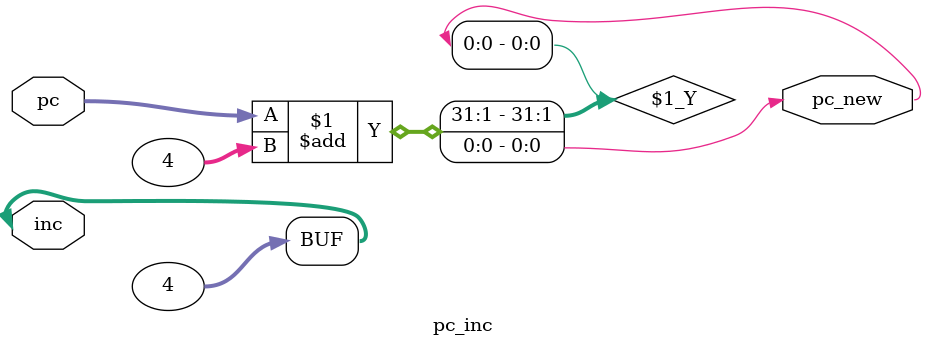
<source format=v>
module pc_inc(pc,inc,pc_new);

	input [31:0] pc,inc;
	output pc_new;

	assign inc = 4;
	assign pc_new = pc + inc;

endmodule

</source>
